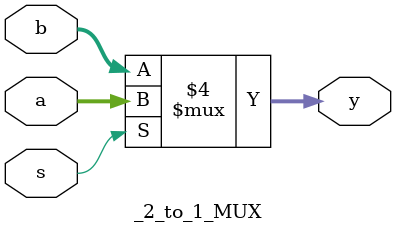
<source format=v>
module _2_to_1_MUX(a, b, s, y); //2-to-1 MUX
  input [31:0] a, b;
  input s;
  output [31:0] y;
  reg [31:0] y;
  
  always@(a,b,s) begin
    if(s==0) begin
      y=b;
    end
    else begin
      y=a;
    end
  end
  
endmodule

</source>
